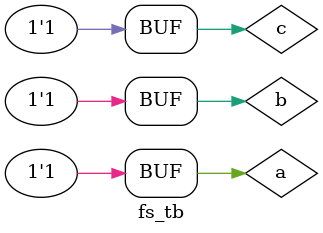
<source format=v>
module fs(input a,b,c, output diff,bo); 

  wire x,p,q,r,s,t; 

  not n1(x,a); 

  xor x1(p,a,b); 

  xor x2(diff,p,c); 

  and a1(q,x,b); 

  and a2(r,x,c); 

  and a3(s,b,c); 

  or o1(t,q,r); 

  or o2(bo,t,s); 

endmodule

// Test Bench
module fs_tb; 

  reg a,b,c; 

  wire diff,bo; 

  fs tb(a,b,c,diff,bo); 

  initial begin 

    a=0; b=0; c=0; 

    #5; 

    a=0; b=0; c=1; 

    #5; 

    a=0; b=1; c=0; 

    #5; 

    a=0; b=1; c=1; 

    #5; 

    a=1; b=0; c=0; 

    #5; 

    a=1; b=0; c=1; 

    #5; 

    a=1; b=1; c=0; 

    #5; 

    a=1; b=1; c=1; 

    #5; 

  end 

  initial $monitor("Time=%0d,a=%b,b=%b,c=%b,diff=%b,borrow=%b",$time,a,b,c,diff,bo); 

endmodule 
</source>
